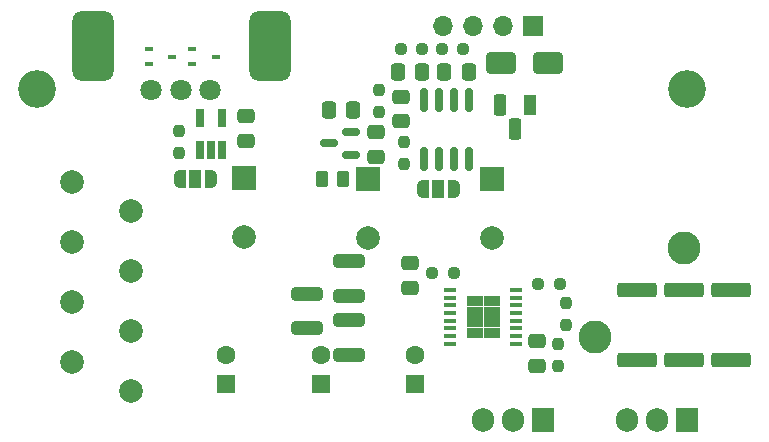
<source format=gbr>
%TF.GenerationSoftware,KiCad,Pcbnew,7.0.1-3b83917a11~172~ubuntu22.10.1*%
%TF.CreationDate,2023-09-25T18:41:40+02:00*%
%TF.ProjectId,led_boost_MIC3230,6c65645f-626f-46f7-9374-5f4d49433332,rev?*%
%TF.SameCoordinates,Original*%
%TF.FileFunction,Soldermask,Bot*%
%TF.FilePolarity,Negative*%
%FSLAX46Y46*%
G04 Gerber Fmt 4.6, Leading zero omitted, Abs format (unit mm)*
G04 Created by KiCad (PCBNEW 7.0.1-3b83917a11~172~ubuntu22.10.1) date 2023-09-25 18:41:40*
%MOMM*%
%LPD*%
G01*
G04 APERTURE LIST*
G04 Aperture macros list*
%AMRoundRect*
0 Rectangle with rounded corners*
0 $1 Rounding radius*
0 $2 $3 $4 $5 $6 $7 $8 $9 X,Y pos of 4 corners*
0 Add a 4 corners polygon primitive as box body*
4,1,4,$2,$3,$4,$5,$6,$7,$8,$9,$2,$3,0*
0 Add four circle primitives for the rounded corners*
1,1,$1+$1,$2,$3*
1,1,$1+$1,$4,$5*
1,1,$1+$1,$6,$7*
1,1,$1+$1,$8,$9*
0 Add four rect primitives between the rounded corners*
20,1,$1+$1,$2,$3,$4,$5,0*
20,1,$1+$1,$4,$5,$6,$7,0*
20,1,$1+$1,$6,$7,$8,$9,0*
20,1,$1+$1,$8,$9,$2,$3,0*%
%AMFreePoly0*
4,1,19,0.550000,-0.750000,0.000000,-0.750000,0.000000,-0.744911,-0.071157,-0.744911,-0.207708,-0.704816,-0.327430,-0.627875,-0.420627,-0.520320,-0.479746,-0.390866,-0.500000,-0.250000,-0.500000,0.250000,-0.479746,0.390866,-0.420627,0.520320,-0.327430,0.627875,-0.207708,0.704816,-0.071157,0.744911,0.000000,0.744911,0.000000,0.750000,0.550000,0.750000,0.550000,-0.750000,0.550000,-0.750000,
$1*%
%AMFreePoly1*
4,1,19,0.000000,0.744911,0.071157,0.744911,0.207708,0.704816,0.327430,0.627875,0.420627,0.520320,0.479746,0.390866,0.500000,0.250000,0.500000,-0.250000,0.479746,-0.390866,0.420627,-0.520320,0.327430,-0.627875,0.207708,-0.704816,0.071157,-0.744911,0.000000,-0.744911,0.000000,-0.750000,-0.550000,-0.750000,-0.550000,0.750000,0.000000,0.750000,0.000000,0.744911,0.000000,0.744911,
$1*%
G04 Aperture macros list end*
%ADD10R,1.600000X1.600000*%
%ADD11C,1.600000*%
%ADD12C,2.000000*%
%ADD13C,3.200000*%
%ADD14R,1.905000X2.000000*%
%ADD15O,1.905000X2.000000*%
%ADD16R,2.000000X2.000000*%
%ADD17C,2.800000*%
%ADD18C,1.800000*%
%ADD19RoundRect,0.875000X0.875000X-2.125000X0.875000X2.125000X-0.875000X2.125000X-0.875000X-2.125000X0*%
%ADD20R,1.700000X1.700000*%
%ADD21O,1.700000X1.700000*%
%ADD22R,1.100000X1.800000*%
%ADD23RoundRect,0.275000X0.275000X0.625000X-0.275000X0.625000X-0.275000X-0.625000X0.275000X-0.625000X0*%
%ADD24RoundRect,0.250000X-1.425000X0.362500X-1.425000X-0.362500X1.425000X-0.362500X1.425000X0.362500X0*%
%ADD25RoundRect,0.237500X0.250000X0.237500X-0.250000X0.237500X-0.250000X-0.237500X0.250000X-0.237500X0*%
%ADD26R,0.650000X1.560000*%
%ADD27RoundRect,0.250000X-1.075000X0.312500X-1.075000X-0.312500X1.075000X-0.312500X1.075000X0.312500X0*%
%ADD28RoundRect,0.237500X-0.237500X0.250000X-0.237500X-0.250000X0.237500X-0.250000X0.237500X0.250000X0*%
%ADD29RoundRect,0.250000X1.000000X0.650000X-1.000000X0.650000X-1.000000X-0.650000X1.000000X-0.650000X0*%
%ADD30RoundRect,0.237500X0.237500X-0.250000X0.237500X0.250000X-0.237500X0.250000X-0.237500X-0.250000X0*%
%ADD31FreePoly0,0.000000*%
%ADD32R,1.000000X1.500000*%
%ADD33FreePoly1,0.000000*%
%ADD34R,0.700000X0.450000*%
%ADD35FreePoly0,180.000000*%
%ADD36FreePoly1,180.000000*%
%ADD37RoundRect,0.250000X0.475000X-0.337500X0.475000X0.337500X-0.475000X0.337500X-0.475000X-0.337500X0*%
%ADD38RoundRect,0.250000X-0.475000X0.337500X-0.475000X-0.337500X0.475000X-0.337500X0.475000X0.337500X0*%
%ADD39RoundRect,0.250000X0.337500X0.475000X-0.337500X0.475000X-0.337500X-0.475000X0.337500X-0.475000X0*%
%ADD40RoundRect,0.150000X-0.150000X0.825000X-0.150000X-0.825000X0.150000X-0.825000X0.150000X0.825000X0*%
%ADD41RoundRect,0.150000X0.587500X0.150000X-0.587500X0.150000X-0.587500X-0.150000X0.587500X-0.150000X0*%
%ADD42RoundRect,0.250000X-0.337500X-0.475000X0.337500X-0.475000X0.337500X0.475000X-0.337500X0.475000X0*%
%ADD43R,1.050000X0.450000*%
%ADD44R,1.470000X0.895000*%
%ADD45RoundRect,0.250000X0.262500X0.450000X-0.262500X0.450000X-0.262500X-0.450000X0.262500X-0.450000X0*%
%ADD46RoundRect,0.237500X-0.250000X-0.237500X0.250000X-0.237500X0.250000X0.237500X-0.250000X0.237500X0*%
G04 APERTURE END LIST*
D10*
%TO.C,C8*%
X74000000Y-85000000D03*
D11*
X74000000Y-82500000D03*
%TD*%
D12*
%TO.C,J1*%
X52973000Y-67840000D03*
X57973000Y-70340000D03*
X52973000Y-72920000D03*
X57973000Y-75420000D03*
X52973000Y-78000000D03*
X57973000Y-80500000D03*
X52973000Y-83080000D03*
X57973000Y-85580000D03*
%TD*%
D13*
%TO.C,H2*%
X105000000Y-60000000D03*
%TD*%
D14*
%TO.C,Q1*%
X105000000Y-88000000D03*
D15*
X102460000Y-88000000D03*
X99920000Y-88000000D03*
%TD*%
D10*
%TO.C,C7*%
X65950000Y-85000000D03*
D11*
X65950000Y-82500000D03*
%TD*%
D16*
%TO.C,C3*%
X78000000Y-67632323D03*
D12*
X78000000Y-72632323D03*
%TD*%
D13*
%TO.C,H1*%
X50000000Y-60000000D03*
%TD*%
D17*
%TO.C,L1*%
X104783021Y-73466979D03*
X97216979Y-81033021D03*
%TD*%
D18*
%TO.C,RV1*%
X64642024Y-60077500D03*
X62142024Y-60077500D03*
X59642024Y-60077500D03*
D19*
X69742024Y-56377500D03*
X54742024Y-56377500D03*
%TD*%
D20*
%TO.C,J2*%
X91945000Y-54637500D03*
D21*
X89405000Y-54637500D03*
X86865000Y-54637500D03*
X84325000Y-54637500D03*
%TD*%
D16*
%TO.C,C4*%
X67500000Y-67500000D03*
D12*
X67500000Y-72500000D03*
%TD*%
D14*
%TO.C,D1*%
X92830000Y-88000000D03*
D15*
X90290000Y-88000000D03*
X87750000Y-88000000D03*
%TD*%
D16*
%TO.C,C1*%
X88500000Y-67632323D03*
D12*
X88500000Y-72632323D03*
%TD*%
D10*
%TO.C,C9*%
X82000000Y-85000000D03*
D11*
X82000000Y-82500000D03*
%TD*%
D22*
%TO.C,Q2*%
X91732500Y-61330000D03*
D23*
X90462500Y-63400000D03*
X89192500Y-61330000D03*
%TD*%
D24*
%TO.C,R6*%
X104750000Y-77037500D03*
X104750000Y-82962500D03*
%TD*%
D25*
%TO.C,R11*%
X86057500Y-56637500D03*
X84232500Y-56637500D03*
%TD*%
D26*
%TO.C,U3*%
X65642024Y-65177500D03*
X64692024Y-65177500D03*
X63742024Y-65177500D03*
X63742024Y-62477500D03*
X65642024Y-62477500D03*
%TD*%
D27*
%TO.C,R8*%
X72800000Y-77337500D03*
X72800000Y-80262500D03*
%TD*%
D28*
%TO.C,R15*%
X62000000Y-63587500D03*
X62000000Y-65412500D03*
%TD*%
D27*
%TO.C,R10*%
X76400000Y-74600000D03*
X76400000Y-77525000D03*
%TD*%
D24*
%TO.C,R7*%
X108750000Y-77037500D03*
X108750000Y-82962500D03*
%TD*%
D29*
%TO.C,D2*%
X93232500Y-57830000D03*
X89232500Y-57830000D03*
%TD*%
D30*
%TO.C,R13*%
X81062500Y-66312500D03*
X81062500Y-64487500D03*
%TD*%
D25*
%TO.C,R12*%
X82587500Y-56600000D03*
X80762500Y-56600000D03*
%TD*%
D31*
%TO.C,JP1*%
X62100000Y-67600000D03*
D32*
X63400000Y-67600000D03*
D33*
X64700000Y-67600000D03*
%TD*%
D34*
%TO.C,D3*%
X63142024Y-57927500D03*
X63142024Y-56627500D03*
X65142024Y-57277500D03*
%TD*%
D35*
%TO.C,JP2*%
X85267500Y-68500000D03*
D32*
X83967500Y-68500000D03*
D36*
X82667500Y-68500000D03*
%TD*%
D34*
%TO.C,D4*%
X59442024Y-57927500D03*
X59442024Y-56627500D03*
X61442024Y-57277500D03*
%TD*%
D28*
%TO.C,R3*%
X94084285Y-81632440D03*
X94084285Y-83457440D03*
%TD*%
D37*
%TO.C,C14*%
X78700000Y-65737500D03*
X78700000Y-63662500D03*
%TD*%
D30*
%TO.C,R14*%
X78900000Y-61912500D03*
X78900000Y-60087500D03*
%TD*%
D28*
%TO.C,R4*%
X94800000Y-78132440D03*
X94800000Y-79957440D03*
%TD*%
D38*
%TO.C,C12*%
X67700000Y-62320000D03*
X67700000Y-64395000D03*
%TD*%
D39*
%TO.C,C10*%
X82587500Y-58600000D03*
X80512500Y-58600000D03*
%TD*%
D40*
%TO.C,U2*%
X82762500Y-60950000D03*
X84032500Y-60950000D03*
X85302500Y-60950000D03*
X86572500Y-60950000D03*
X86572500Y-65900000D03*
X85302500Y-65900000D03*
X84032500Y-65900000D03*
X82762500Y-65900000D03*
%TD*%
D41*
%TO.C,U4*%
X76537500Y-63650000D03*
X76537500Y-65550000D03*
X74662500Y-64600000D03*
%TD*%
D42*
%TO.C,C15*%
X74662500Y-61800000D03*
X76737500Y-61800000D03*
%TD*%
D43*
%TO.C,U1*%
X84990595Y-81564940D03*
X84990595Y-80914940D03*
X84990595Y-80264940D03*
X84990595Y-79614940D03*
X84990595Y-78964940D03*
X84990595Y-78314940D03*
X84990595Y-77664940D03*
X84990595Y-77014940D03*
X90540595Y-77014940D03*
X90540595Y-77664940D03*
X90540595Y-78314940D03*
X90540595Y-78964940D03*
X90540595Y-79614940D03*
X90540595Y-80264940D03*
X90540595Y-80914940D03*
X90540595Y-81564940D03*
D44*
X87030595Y-77947440D03*
X87030595Y-78842440D03*
X87030595Y-79737440D03*
X87030595Y-80632440D03*
X88500595Y-77947440D03*
X88500595Y-78842440D03*
X88500595Y-79737440D03*
X88500595Y-80632440D03*
%TD*%
D45*
%TO.C,R16*%
X75912500Y-67600000D03*
X74087500Y-67600000D03*
%TD*%
D46*
%TO.C,R2*%
X92421785Y-76544940D03*
X94246785Y-76544940D03*
%TD*%
D24*
%TO.C,R5*%
X100750000Y-77037500D03*
X100750000Y-82962500D03*
%TD*%
D46*
%TO.C,R1*%
X83453095Y-75589940D03*
X85278095Y-75589940D03*
%TD*%
D27*
%TO.C,R9*%
X76400000Y-79600000D03*
X76400000Y-82525000D03*
%TD*%
D42*
%TO.C,C11*%
X84462500Y-58600000D03*
X86537500Y-58600000D03*
%TD*%
D37*
%TO.C,C13*%
X80762500Y-62737500D03*
X80762500Y-60662500D03*
%TD*%
D38*
%TO.C,C5*%
X92334285Y-81362500D03*
X92334285Y-83437500D03*
%TD*%
D37*
%TO.C,C2*%
X81565595Y-76827440D03*
X81565595Y-74752440D03*
%TD*%
M02*

</source>
